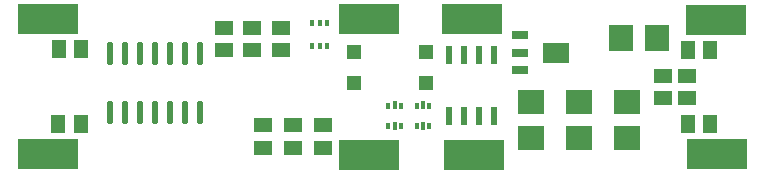
<source format=gbr>
G04 EAGLE Gerber RS-274X export*
G75*
%MOMM*%
%FSLAX34Y34*%
%LPD*%
%INSolderpaste Top*%
%IPPOS*%
%AMOC8*
5,1,8,0,0,1.08239X$1,22.5*%
G01*
%ADD10R,1.300000X1.500000*%
%ADD11R,5.080000X2.540000*%
%ADD12R,0.420000X0.600000*%
%ADD13R,1.400000X0.800000*%
%ADD14R,2.200000X1.800000*%
%ADD15R,1.200000X1.200000*%
%ADD16R,1.500000X1.300000*%
%ADD17R,0.600000X1.600000*%
%ADD18R,2.200000X2.000000*%
%ADD19R,2.000000X2.200000*%
%ADD20C,0.295000*%
%ADD21R,0.375000X0.500000*%
%ADD22R,0.300000X0.650000*%


D10*
X569720Y41030D03*
X588720Y41030D03*
X569290Y104110D03*
X588290Y104110D03*
X37010Y104340D03*
X56010Y104340D03*
X36554Y40930D03*
X55554Y40930D03*
D11*
X28000Y130000D03*
X28000Y15500D03*
X593500Y129500D03*
X594000Y15500D03*
X386500Y130000D03*
X388540Y15000D03*
X300000Y130000D03*
X300000Y15000D03*
D12*
X251310Y126340D03*
X257810Y126340D03*
X264310Y126340D03*
X264310Y107340D03*
X257810Y107340D03*
X251310Y107340D03*
D13*
X427240Y101600D03*
X427240Y86600D03*
X427240Y116600D03*
D14*
X458040Y101600D03*
D15*
X348000Y101900D03*
X348000Y75900D03*
X287000Y75900D03*
X287000Y101900D03*
D16*
X568960Y81890D03*
X568960Y62890D03*
X548640Y62890D03*
X548640Y81890D03*
X200660Y103530D03*
X200660Y122530D03*
X176530Y122530D03*
X176530Y103530D03*
X224790Y103530D03*
X224790Y122530D03*
D17*
X367030Y47660D03*
X379730Y47660D03*
X392430Y47660D03*
X405130Y47660D03*
X405130Y99660D03*
X392430Y99660D03*
X379730Y99660D03*
X367030Y99660D03*
D18*
X436880Y29450D03*
X436880Y59450D03*
X477520Y29450D03*
X477520Y59450D03*
X518160Y29450D03*
X518160Y59450D03*
D19*
X513320Y114300D03*
X543320Y114300D03*
D20*
X81485Y59675D02*
X81485Y43125D01*
X78535Y43125D01*
X78535Y59675D01*
X81485Y59675D01*
X81485Y45927D02*
X78535Y45927D01*
X78535Y48729D02*
X81485Y48729D01*
X81485Y51531D02*
X78535Y51531D01*
X78535Y54333D02*
X81485Y54333D01*
X81485Y57135D02*
X78535Y57135D01*
X94185Y59675D02*
X94185Y43125D01*
X91235Y43125D01*
X91235Y59675D01*
X94185Y59675D01*
X94185Y45927D02*
X91235Y45927D01*
X91235Y48729D02*
X94185Y48729D01*
X94185Y51531D02*
X91235Y51531D01*
X91235Y54333D02*
X94185Y54333D01*
X94185Y57135D02*
X91235Y57135D01*
X106885Y59675D02*
X106885Y43125D01*
X103935Y43125D01*
X103935Y59675D01*
X106885Y59675D01*
X106885Y45927D02*
X103935Y45927D01*
X103935Y48729D02*
X106885Y48729D01*
X106885Y51531D02*
X103935Y51531D01*
X103935Y54333D02*
X106885Y54333D01*
X106885Y57135D02*
X103935Y57135D01*
X119585Y59675D02*
X119585Y43125D01*
X116635Y43125D01*
X116635Y59675D01*
X119585Y59675D01*
X119585Y45927D02*
X116635Y45927D01*
X116635Y48729D02*
X119585Y48729D01*
X119585Y51531D02*
X116635Y51531D01*
X116635Y54333D02*
X119585Y54333D01*
X119585Y57135D02*
X116635Y57135D01*
X132285Y59675D02*
X132285Y43125D01*
X129335Y43125D01*
X129335Y59675D01*
X132285Y59675D01*
X132285Y45927D02*
X129335Y45927D01*
X129335Y48729D02*
X132285Y48729D01*
X132285Y51531D02*
X129335Y51531D01*
X129335Y54333D02*
X132285Y54333D01*
X132285Y57135D02*
X129335Y57135D01*
X144985Y59675D02*
X144985Y43125D01*
X142035Y43125D01*
X142035Y59675D01*
X144985Y59675D01*
X144985Y45927D02*
X142035Y45927D01*
X142035Y48729D02*
X144985Y48729D01*
X144985Y51531D02*
X142035Y51531D01*
X142035Y54333D02*
X144985Y54333D01*
X144985Y57135D02*
X142035Y57135D01*
X157685Y59675D02*
X157685Y43125D01*
X154735Y43125D01*
X154735Y59675D01*
X157685Y59675D01*
X157685Y45927D02*
X154735Y45927D01*
X154735Y48729D02*
X157685Y48729D01*
X157685Y51531D02*
X154735Y51531D01*
X154735Y54333D02*
X157685Y54333D01*
X157685Y57135D02*
X154735Y57135D01*
X157685Y92725D02*
X157685Y109275D01*
X157685Y92725D02*
X154735Y92725D01*
X154735Y109275D01*
X157685Y109275D01*
X157685Y95527D02*
X154735Y95527D01*
X154735Y98329D02*
X157685Y98329D01*
X157685Y101131D02*
X154735Y101131D01*
X154735Y103933D02*
X157685Y103933D01*
X157685Y106735D02*
X154735Y106735D01*
X144985Y109275D02*
X144985Y92725D01*
X142035Y92725D01*
X142035Y109275D01*
X144985Y109275D01*
X144985Y95527D02*
X142035Y95527D01*
X142035Y98329D02*
X144985Y98329D01*
X144985Y101131D02*
X142035Y101131D01*
X142035Y103933D02*
X144985Y103933D01*
X144985Y106735D02*
X142035Y106735D01*
X132285Y109275D02*
X132285Y92725D01*
X129335Y92725D01*
X129335Y109275D01*
X132285Y109275D01*
X132285Y95527D02*
X129335Y95527D01*
X129335Y98329D02*
X132285Y98329D01*
X132285Y101131D02*
X129335Y101131D01*
X129335Y103933D02*
X132285Y103933D01*
X132285Y106735D02*
X129335Y106735D01*
X119585Y109275D02*
X119585Y92725D01*
X116635Y92725D01*
X116635Y109275D01*
X119585Y109275D01*
X119585Y95527D02*
X116635Y95527D01*
X116635Y98329D02*
X119585Y98329D01*
X119585Y101131D02*
X116635Y101131D01*
X116635Y103933D02*
X119585Y103933D01*
X119585Y106735D02*
X116635Y106735D01*
X106885Y109275D02*
X106885Y92725D01*
X103935Y92725D01*
X103935Y109275D01*
X106885Y109275D01*
X106885Y95527D02*
X103935Y95527D01*
X103935Y98329D02*
X106885Y98329D01*
X106885Y101131D02*
X103935Y101131D01*
X103935Y103933D02*
X106885Y103933D01*
X106885Y106735D02*
X103935Y106735D01*
X94185Y109275D02*
X94185Y92725D01*
X91235Y92725D01*
X91235Y109275D01*
X94185Y109275D01*
X94185Y95527D02*
X91235Y95527D01*
X91235Y98329D02*
X94185Y98329D01*
X94185Y101131D02*
X91235Y101131D01*
X91235Y103933D02*
X94185Y103933D01*
X94185Y106735D02*
X91235Y106735D01*
X81485Y109275D02*
X81485Y92725D01*
X78535Y92725D01*
X78535Y109275D01*
X81485Y109275D01*
X81485Y95527D02*
X78535Y95527D01*
X78535Y98329D02*
X81485Y98329D01*
X81485Y101131D02*
X78535Y101131D01*
X78535Y103933D02*
X81485Y103933D01*
X81485Y106735D02*
X78535Y106735D01*
D21*
X315935Y39760D03*
X326685Y39760D03*
D22*
X321310Y39010D03*
D21*
X326685Y56760D03*
X315935Y56760D03*
D22*
X321310Y57510D03*
D21*
X340065Y39760D03*
X350815Y39760D03*
D22*
X345440Y39010D03*
D21*
X350815Y56760D03*
X340065Y56760D03*
D22*
X345440Y57510D03*
D16*
X260350Y20980D03*
X260350Y39980D03*
X209550Y20980D03*
X209550Y39980D03*
X234950Y20980D03*
X234950Y39980D03*
M02*

</source>
